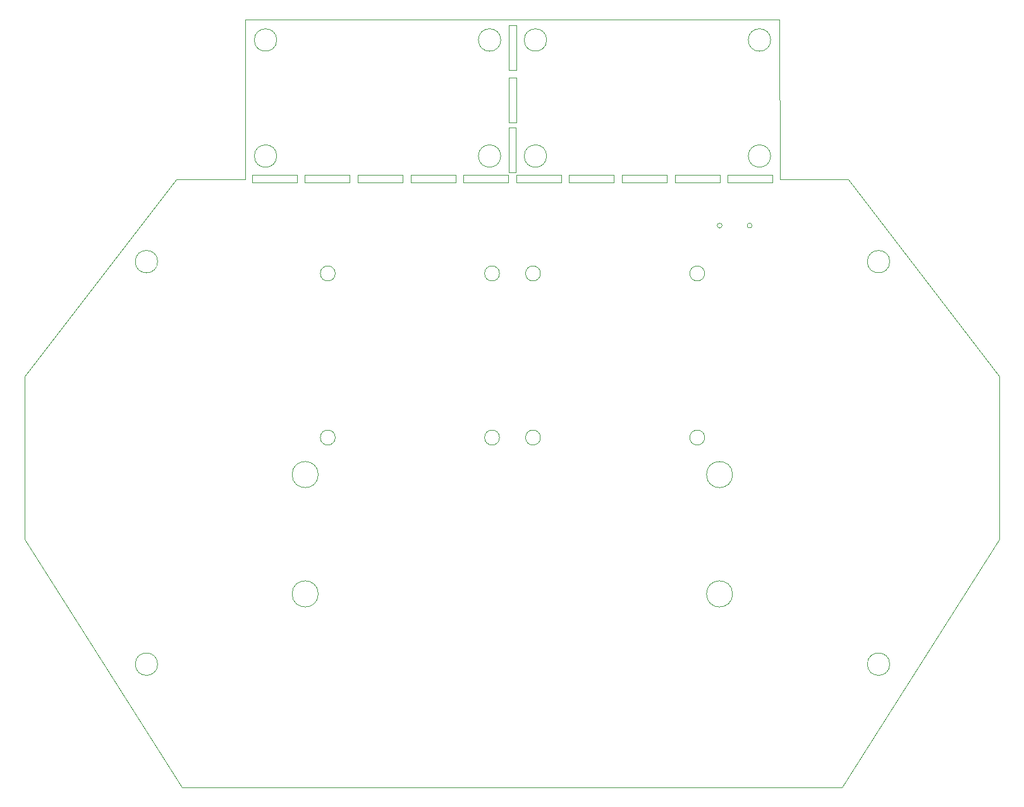
<source format=gbr>
%TF.GenerationSoftware,KiCad,Pcbnew,7.0.2*%
%TF.CreationDate,2023-05-23T12:29:29+08:00*%
%TF.ProjectId,remote_controller,72656d6f-7465-45f6-936f-6e74726f6c6c,rev?*%
%TF.SameCoordinates,PX715d7c0PY5feca40*%
%TF.FileFunction,Profile,NP*%
%FSLAX46Y46*%
G04 Gerber Fmt 4.6, Leading zero omitted, Abs format (unit mm)*
G04 Created by KiCad (PCBNEW 7.0.2) date 2023-05-23 12:29:29*
%MOMM*%
%LPD*%
G01*
G04 APERTURE LIST*
%TA.AperFunction,Profile*%
%ADD10C,0.100000*%
%TD*%
%TA.AperFunction,Profile*%
%ADD11C,0.120000*%
%TD*%
G04 APERTURE END LIST*
D10*
X64820000Y68894000D02*
X65820000Y68894000D01*
X65820000Y62884000D01*
X64820000Y62884000D01*
X64820000Y68894000D01*
X33749625Y51380441D02*
G75*
G03*
X33749625Y51380441I-1500000J0D01*
G01*
X99910375Y66940441D02*
G75*
G03*
X99910375Y66940441I-1500000J0D01*
G01*
X64820000Y61849000D02*
X65820000Y61849000D01*
X65820000Y55839000D01*
X64820000Y55839000D01*
X64820000Y61849000D01*
X72921330Y48854000D02*
X78931330Y48854000D01*
X78931330Y47854000D01*
X72921330Y47854000D01*
X72921330Y48854000D01*
X101128000Y48254000D02*
X101118000Y69644000D01*
X64808000Y55194000D02*
X65808000Y55194000D01*
X65808000Y49184000D01*
X64808000Y49184000D01*
X64808000Y55194000D01*
X20330000Y48260000D02*
X0Y21844000D01*
X110330000Y48260000D02*
X130556000Y21844000D01*
X33749625Y66940441D02*
G75*
G03*
X33749625Y66940441I-1500000J0D01*
G01*
X109474000Y-33274000D02*
X21082000Y-33274000D01*
X58760220Y48854000D02*
X64770220Y48854000D01*
X64770220Y47854000D01*
X58760220Y47854000D01*
X58760220Y48854000D01*
X29532000Y48266000D02*
X20330000Y48260000D01*
X115860000Y37224000D02*
G75*
G03*
X115860000Y37224000I-1500000J0D01*
G01*
X101118000Y69644000D02*
X29522000Y69656000D01*
X0Y21844000D02*
X0Y0D01*
X130556000Y0D02*
X109474000Y-33274000D01*
X51679665Y48854000D02*
X57689665Y48854000D01*
X57689665Y47854000D01*
X51679665Y47854000D01*
X51679665Y48854000D01*
X63759625Y66940441D02*
G75*
G03*
X63759625Y66940441I-1500000J0D01*
G01*
X29532000Y48266000D02*
X29522000Y69656000D01*
X63759625Y51380441D02*
G75*
G03*
X63759625Y51380441I-1500000J0D01*
G01*
X69900375Y66940441D02*
G75*
G03*
X69900375Y66940441I-1500000J0D01*
G01*
X130556000Y21844000D02*
X130556000Y0D01*
X94163000Y48854000D02*
X100173000Y48854000D01*
X100173000Y47854000D01*
X94163000Y47854000D01*
X94163000Y48854000D01*
X87082440Y48854000D02*
X93092440Y48854000D01*
X93092440Y47854000D01*
X87082440Y47854000D01*
X87082440Y48854000D01*
X110330000Y48260000D02*
X101128000Y48254000D01*
X0Y0D02*
X21082000Y-33274000D01*
X30438000Y48854000D02*
X36448000Y48854000D01*
X36448000Y47854000D01*
X30438000Y47854000D01*
X30438000Y48854000D01*
X17800000Y37224000D02*
G75*
G03*
X17800000Y37224000I-1500000J0D01*
G01*
X44599110Y48854000D02*
X50609110Y48854000D01*
X50609110Y47854000D01*
X44599110Y47854000D01*
X44599110Y48854000D01*
X99910375Y51380441D02*
G75*
G03*
X99910375Y51380441I-1500000J0D01*
G01*
X115860000Y-16746000D02*
G75*
G03*
X115860000Y-16746000I-1500000J0D01*
G01*
X37518555Y48854000D02*
X43528555Y48854000D01*
X43528555Y47854000D01*
X37518555Y47854000D01*
X37518555Y48854000D01*
X80001885Y48854000D02*
X86011885Y48854000D01*
X86011885Y47854000D01*
X80001885Y47854000D01*
X80001885Y48854000D01*
X65840775Y48854000D02*
X71850775Y48854000D01*
X71850775Y47854000D01*
X65840775Y47854000D01*
X65840775Y48854000D01*
X17800000Y-16746000D02*
G75*
G03*
X17800000Y-16746000I-1500000J0D01*
G01*
X69900375Y51380441D02*
G75*
G03*
X69900375Y51380441I-1500000J0D01*
G01*
D11*
%TO.C,U2*%
X91071700Y35638000D02*
G75*
G03*
X91071700Y35638000I-1000000J0D01*
G01*
X69071700Y35638000D02*
G75*
G03*
X69071700Y35638000I-1000000J0D01*
G01*
X91071700Y13638000D02*
G75*
G03*
X91071700Y13638000I-1000000J0D01*
G01*
X69071700Y13638000D02*
G75*
G03*
X69071700Y13638000I-1000000J0D01*
G01*
%TO.C,U1*%
X63588300Y35638000D02*
G75*
G03*
X63588300Y35638000I-1000000J0D01*
G01*
X41588300Y35638000D02*
G75*
G03*
X41588300Y35638000I-1000000J0D01*
G01*
X63588300Y13638000D02*
G75*
G03*
X63588300Y13638000I-1000000J0D01*
G01*
X41588300Y13638000D02*
G75*
G03*
X41588300Y13638000I-1000000J0D01*
G01*
D10*
%TO.C,J3*%
X93403660Y42062400D02*
G75*
G03*
X93403660Y42062400I-325000J0D01*
G01*
X97403660Y42062400D02*
G75*
G03*
X97403660Y42062400I-325000J0D01*
G01*
%TO.C,BT1*%
X94811000Y8673150D02*
G75*
G03*
X94811000Y8673150I-1750000J0D01*
G01*
X39311000Y8673150D02*
G75*
G03*
X39311000Y8673150I-1750000J0D01*
G01*
X94811000Y-7326850D02*
G75*
G03*
X94811000Y-7326850I-1750000J0D01*
G01*
X39311000Y-7326850D02*
G75*
G03*
X39311000Y-7326850I-1750000J0D01*
G01*
%TD*%
M02*

</source>
